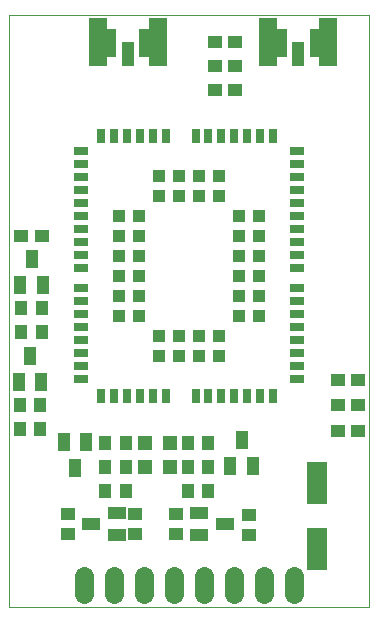
<source format=gts>
G75*
%MOIN*%
%OFA0B0*%
%FSLAX25Y25*%
%IPPOS*%
%LPD*%
%AMOC8*
5,1,8,0,0,1.08239X$1,22.5*
%
%ADD10C,0.00000*%
%ADD11R,0.04731X0.04337*%
%ADD12R,0.06699X0.14180*%
%ADD13R,0.05124X0.05124*%
%ADD14R,0.05912X0.04337*%
%ADD15R,0.04337X0.04731*%
%ADD16R,0.04337X0.05912*%
%ADD17R,0.04928X0.03156*%
%ADD18R,0.03156X0.04928*%
%ADD19R,0.04337X0.04337*%
%ADD20R,0.06400X0.16400*%
%ADD21R,0.04400X0.08400*%
%ADD22R,0.03600X0.09200*%
%ADD23C,0.06400*%
D10*
X0026800Y0048050D02*
X0026800Y0245501D01*
X0146800Y0245501D01*
X0146800Y0048050D01*
X0026800Y0048050D01*
D11*
X0046300Y0072454D03*
X0046300Y0079146D03*
X0068800Y0079146D03*
X0068800Y0072454D03*
X0082300Y0072454D03*
X0082300Y0079146D03*
X0106800Y0078646D03*
X0106800Y0071954D03*
X0136454Y0106800D03*
X0143146Y0106800D03*
X0143146Y0115300D03*
X0136454Y0115300D03*
X0136454Y0123800D03*
X0143146Y0123800D03*
X0102146Y0220300D03*
X0102146Y0228300D03*
X0102046Y0236300D03*
X0095354Y0236300D03*
X0095454Y0228300D03*
X0095454Y0220300D03*
X0037646Y0171800D03*
X0030954Y0171800D03*
D12*
X0129550Y0089574D03*
X0129550Y0067526D03*
D13*
X0080434Y0094800D03*
X0080434Y0102800D03*
X0072166Y0102800D03*
X0072166Y0094800D03*
D14*
X0062631Y0079540D03*
X0062631Y0072060D03*
X0053969Y0075800D03*
X0089969Y0072060D03*
X0089969Y0079540D03*
X0098631Y0075800D03*
D15*
X0093146Y0086800D03*
X0086454Y0086800D03*
X0086454Y0094800D03*
X0093146Y0094800D03*
X0093146Y0102800D03*
X0086454Y0102800D03*
X0065646Y0102800D03*
X0058954Y0102800D03*
X0058954Y0094800D03*
X0065646Y0094800D03*
X0065646Y0086800D03*
X0058954Y0086800D03*
X0037146Y0107300D03*
X0030454Y0107300D03*
X0030454Y0115300D03*
X0037146Y0115300D03*
X0037646Y0139800D03*
X0030954Y0139800D03*
X0030954Y0147800D03*
X0037646Y0147800D03*
D16*
X0038040Y0155469D03*
X0030560Y0155469D03*
X0034300Y0164131D03*
X0033800Y0131631D03*
X0030060Y0122969D03*
X0037540Y0122969D03*
X0045060Y0103131D03*
X0052540Y0103131D03*
X0048800Y0094469D03*
X0100560Y0094969D03*
X0104300Y0103631D03*
X0108040Y0094969D03*
D17*
X0122922Y0124005D03*
X0122922Y0128335D03*
X0122922Y0132666D03*
X0122922Y0136997D03*
X0122922Y0141328D03*
X0122922Y0145658D03*
X0122922Y0149989D03*
X0122922Y0154320D03*
X0122922Y0161013D03*
X0122922Y0165343D03*
X0122922Y0169674D03*
X0122922Y0174005D03*
X0122922Y0178335D03*
X0122922Y0182666D03*
X0122922Y0186997D03*
X0122922Y0191328D03*
X0122922Y0195658D03*
X0122922Y0199989D03*
X0050678Y0199989D03*
X0050678Y0195658D03*
X0050678Y0191328D03*
X0050678Y0186997D03*
X0050678Y0182666D03*
X0050678Y0178335D03*
X0050678Y0174005D03*
X0050678Y0169674D03*
X0050678Y0165343D03*
X0050678Y0161013D03*
X0050678Y0154320D03*
X0050678Y0149989D03*
X0050678Y0145658D03*
X0050678Y0141328D03*
X0050678Y0136997D03*
X0050678Y0132666D03*
X0050678Y0128335D03*
X0050678Y0124005D03*
D18*
X0057469Y0118394D03*
X0061800Y0118394D03*
X0066131Y0118394D03*
X0070461Y0118394D03*
X0074792Y0118394D03*
X0079123Y0118394D03*
X0088965Y0118394D03*
X0093296Y0118394D03*
X0097627Y0118394D03*
X0101957Y0118394D03*
X0106288Y0118394D03*
X0110619Y0118394D03*
X0114950Y0118394D03*
X0114950Y0205206D03*
X0110619Y0205206D03*
X0106288Y0205206D03*
X0101957Y0205206D03*
X0097627Y0205206D03*
X0093296Y0205206D03*
X0088965Y0205206D03*
X0079123Y0205206D03*
X0074792Y0205206D03*
X0070461Y0205206D03*
X0066131Y0205206D03*
X0061800Y0205206D03*
X0057469Y0205206D03*
D19*
X0076761Y0191918D03*
X0076761Y0185225D03*
X0070068Y0178532D03*
X0070068Y0171839D03*
X0070068Y0165146D03*
X0070068Y0158454D03*
X0063375Y0158454D03*
X0063375Y0165146D03*
X0063375Y0171839D03*
X0063375Y0178532D03*
X0083454Y0185225D03*
X0090146Y0185225D03*
X0090146Y0191918D03*
X0083454Y0191918D03*
X0096839Y0191918D03*
X0096839Y0185225D03*
X0103532Y0178532D03*
X0103532Y0171839D03*
X0103532Y0165146D03*
X0103532Y0158454D03*
X0110225Y0158454D03*
X0110225Y0165146D03*
X0110225Y0171839D03*
X0110225Y0178532D03*
X0110225Y0151761D03*
X0103532Y0151761D03*
X0103532Y0145068D03*
X0110225Y0145068D03*
X0096839Y0138375D03*
X0090146Y0138375D03*
X0083454Y0138375D03*
X0083454Y0131682D03*
X0090146Y0131682D03*
X0096839Y0131682D03*
X0076761Y0131682D03*
X0076761Y0138375D03*
X0070068Y0145068D03*
X0070068Y0151761D03*
X0063375Y0151761D03*
X0063375Y0145068D03*
D20*
X0056300Y0236300D03*
X0076300Y0236300D03*
X0113200Y0236300D03*
X0133200Y0236300D03*
D21*
X0123200Y0232300D03*
X0066300Y0232300D03*
D22*
X0060806Y0236200D03*
X0071794Y0236200D03*
X0117706Y0236200D03*
X0128694Y0236200D03*
D23*
X0121800Y0058300D02*
X0121800Y0052300D01*
X0111800Y0052300D02*
X0111800Y0058300D01*
X0101800Y0058300D02*
X0101800Y0052300D01*
X0091800Y0052300D02*
X0091800Y0058300D01*
X0081800Y0058300D02*
X0081800Y0052300D01*
X0071800Y0052300D02*
X0071800Y0058300D01*
X0061800Y0058300D02*
X0061800Y0052300D01*
X0051800Y0052300D02*
X0051800Y0058300D01*
M02*

</source>
